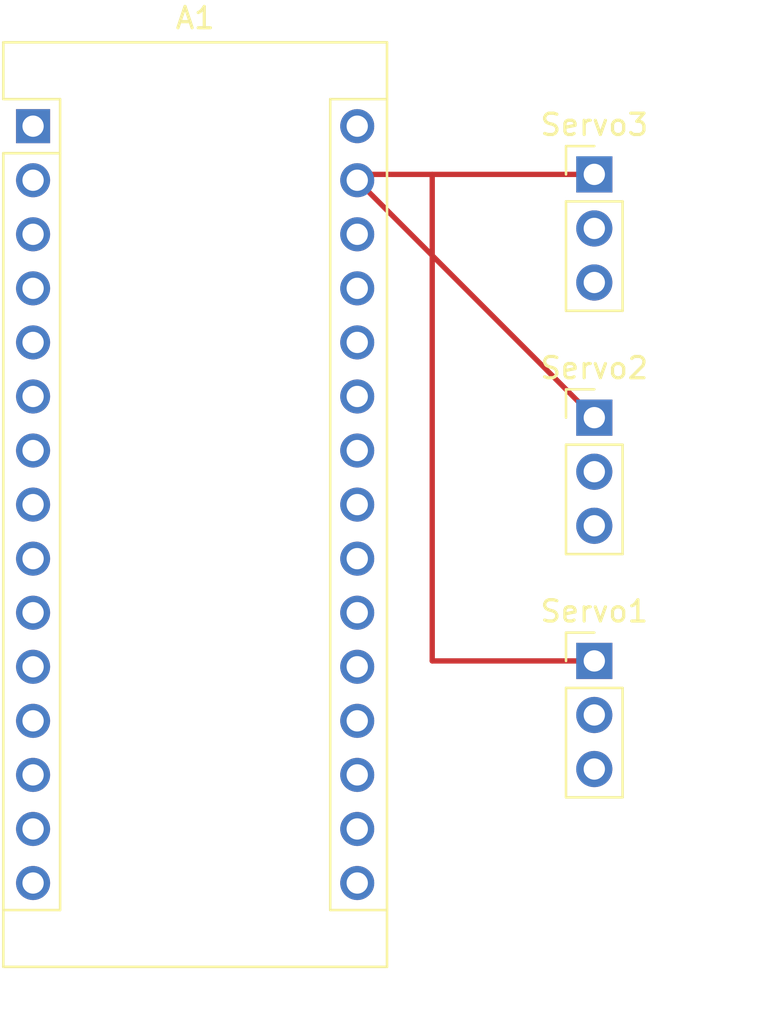
<source format=kicad_pcb>
(kicad_pcb (version 20171130) (host pcbnew "(5.1.7)-1")

  (general
    (thickness 1.6)
    (drawings 0)
    (tracks 8)
    (zones 0)
    (modules 4)
    (nets 31)
  )

  (page A4)
  (layers
    (0 F.Cu signal)
    (31 B.Cu signal)
    (32 B.Adhes user)
    (33 F.Adhes user)
    (34 B.Paste user)
    (35 F.Paste user)
    (36 B.SilkS user)
    (37 F.SilkS user)
    (38 B.Mask user)
    (39 F.Mask user)
    (40 Dwgs.User user)
    (41 Cmts.User user)
    (42 Eco1.User user)
    (43 Eco2.User user)
    (44 Edge.Cuts user)
    (45 Margin user)
    (46 B.CrtYd user)
    (47 F.CrtYd user)
    (48 B.Fab user)
    (49 F.Fab user)
  )

  (setup
    (last_trace_width 0.25)
    (trace_clearance 0.2)
    (zone_clearance 0.508)
    (zone_45_only no)
    (trace_min 0.2)
    (via_size 0.8)
    (via_drill 0.4)
    (via_min_size 0.4)
    (via_min_drill 0.3)
    (uvia_size 0.3)
    (uvia_drill 0.1)
    (uvias_allowed no)
    (uvia_min_size 0.2)
    (uvia_min_drill 0.1)
    (edge_width 0.05)
    (segment_width 0.2)
    (pcb_text_width 0.3)
    (pcb_text_size 1.5 1.5)
    (mod_edge_width 0.12)
    (mod_text_size 1 1)
    (mod_text_width 0.15)
    (pad_size 1.524 1.524)
    (pad_drill 0.762)
    (pad_to_mask_clearance 0)
    (aux_axis_origin 0 0)
    (visible_elements FFFFFF7F)
    (pcbplotparams
      (layerselection 0x010fc_ffffffff)
      (usegerberextensions false)
      (usegerberattributes true)
      (usegerberadvancedattributes true)
      (creategerberjobfile true)
      (excludeedgelayer true)
      (linewidth 0.100000)
      (plotframeref false)
      (viasonmask false)
      (mode 1)
      (useauxorigin false)
      (hpglpennumber 1)
      (hpglpenspeed 20)
      (hpglpendiameter 15.000000)
      (psnegative false)
      (psa4output false)
      (plotreference true)
      (plotvalue true)
      (plotinvisibletext false)
      (padsonsilk false)
      (subtractmaskfromsilk false)
      (outputformat 1)
      (mirror false)
      (drillshape 1)
      (scaleselection 1)
      (outputdirectory ""))
  )

  (net 0 "")
  (net 1 "Net-(A1-Pad16)")
  (net 2 "Net-(A1-Pad15)")
  (net 3 "Net-(A1-Pad17)")
  (net 4 "Net-(A1-Pad14)")
  (net 5 "Net-(A1-Pad29)")
  (net 6 "Net-(A1-Pad13)")
  (net 7 "Net-(A1-Pad28)")
  (net 8 "Net-(A1-Pad12)")
  (net 9 "Net-(A1-Pad11)")
  (net 10 "Net-(A1-Pad26)")
  (net 11 "Net-(A1-Pad10)")
  (net 12 "Net-(A1-Pad25)")
  (net 13 "Net-(A1-Pad9)")
  (net 14 "Net-(A1-Pad24)")
  (net 15 "Net-(A1-Pad8)")
  (net 16 "Net-(A1-Pad23)")
  (net 17 "Net-(A1-Pad7)")
  (net 18 "Net-(A1-Pad22)")
  (net 19 "Net-(A1-Pad6)")
  (net 20 "Net-(A1-Pad21)")
  (net 21 "Net-(A1-Pad5)")
  (net 22 "Net-(A1-Pad20)")
  (net 23 "Net-(A1-Pad19)")
  (net 24 "Net-(A1-Pad3)")
  (net 25 "Net-(A1-Pad18)")
  (net 26 "Net-(A1-Pad2)")
  (net 27 "Net-(A1-Pad1)")
  (net 28 "Net-(Servo1-Pad3)")
  (net 29 "Net-(Servo2-Pad3)")
  (net 30 "Net-(Servo3-Pad3)")

  (net_class Default "This is the default net class."
    (clearance 0.2)
    (trace_width 0.25)
    (via_dia 0.8)
    (via_drill 0.4)
    (uvia_dia 0.3)
    (uvia_drill 0.1)
    (add_net "Net-(A1-Pad1)")
    (add_net "Net-(A1-Pad10)")
    (add_net "Net-(A1-Pad11)")
    (add_net "Net-(A1-Pad12)")
    (add_net "Net-(A1-Pad13)")
    (add_net "Net-(A1-Pad14)")
    (add_net "Net-(A1-Pad15)")
    (add_net "Net-(A1-Pad16)")
    (add_net "Net-(A1-Pad17)")
    (add_net "Net-(A1-Pad18)")
    (add_net "Net-(A1-Pad19)")
    (add_net "Net-(A1-Pad2)")
    (add_net "Net-(A1-Pad20)")
    (add_net "Net-(A1-Pad21)")
    (add_net "Net-(A1-Pad22)")
    (add_net "Net-(A1-Pad23)")
    (add_net "Net-(A1-Pad24)")
    (add_net "Net-(A1-Pad25)")
    (add_net "Net-(A1-Pad26)")
    (add_net "Net-(A1-Pad28)")
    (add_net "Net-(A1-Pad29)")
    (add_net "Net-(A1-Pad3)")
    (add_net "Net-(A1-Pad5)")
    (add_net "Net-(A1-Pad6)")
    (add_net "Net-(A1-Pad7)")
    (add_net "Net-(A1-Pad8)")
    (add_net "Net-(A1-Pad9)")
    (add_net "Net-(Servo1-Pad3)")
    (add_net "Net-(Servo2-Pad3)")
    (add_net "Net-(Servo3-Pad3)")
  )

  (module Connector_PinHeader_2.54mm:PinHeader_1x03_P2.54mm_Vertical (layer F.Cu) (tedit 59FED5CC) (tstamp 6098A5D0)
    (at 102.87 116.84)
    (descr "Through hole straight pin header, 1x03, 2.54mm pitch, single row")
    (tags "Through hole pin header THT 1x03 2.54mm single row")
    (path /60994250)
    (fp_text reference Servo3 (at 0 -2.33) (layer F.SilkS)
      (effects (font (size 1 1) (thickness 0.15)))
    )
    (fp_text value Conn_01x03_Female (at 0 7.41) (layer F.Fab)
      (effects (font (size 1 1) (thickness 0.15)))
    )
    (fp_text user %R (at 0 2.54 90) (layer F.Fab)
      (effects (font (size 1 1) (thickness 0.15)))
    )
    (fp_line (start -0.635 -1.27) (end 1.27 -1.27) (layer F.Fab) (width 0.1))
    (fp_line (start 1.27 -1.27) (end 1.27 6.35) (layer F.Fab) (width 0.1))
    (fp_line (start 1.27 6.35) (end -1.27 6.35) (layer F.Fab) (width 0.1))
    (fp_line (start -1.27 6.35) (end -1.27 -0.635) (layer F.Fab) (width 0.1))
    (fp_line (start -1.27 -0.635) (end -0.635 -1.27) (layer F.Fab) (width 0.1))
    (fp_line (start -1.33 6.41) (end 1.33 6.41) (layer F.SilkS) (width 0.12))
    (fp_line (start -1.33 1.27) (end -1.33 6.41) (layer F.SilkS) (width 0.12))
    (fp_line (start 1.33 1.27) (end 1.33 6.41) (layer F.SilkS) (width 0.12))
    (fp_line (start -1.33 1.27) (end 1.33 1.27) (layer F.SilkS) (width 0.12))
    (fp_line (start -1.33 0) (end -1.33 -1.33) (layer F.SilkS) (width 0.12))
    (fp_line (start -1.33 -1.33) (end 0 -1.33) (layer F.SilkS) (width 0.12))
    (fp_line (start -1.8 -1.8) (end -1.8 6.85) (layer F.CrtYd) (width 0.05))
    (fp_line (start -1.8 6.85) (end 1.8 6.85) (layer F.CrtYd) (width 0.05))
    (fp_line (start 1.8 6.85) (end 1.8 -1.8) (layer F.CrtYd) (width 0.05))
    (fp_line (start 1.8 -1.8) (end -1.8 -1.8) (layer F.CrtYd) (width 0.05))
    (pad 3 thru_hole oval (at 0 5.08) (size 1.7 1.7) (drill 1) (layers *.Cu *.Mask)
      (net 30 "Net-(Servo3-Pad3)"))
    (pad 2 thru_hole oval (at 0 2.54) (size 1.7 1.7) (drill 1) (layers *.Cu *.Mask)
      (net 3 "Net-(A1-Pad17)"))
    (pad 1 thru_hole rect (at 0 0) (size 1.7 1.7) (drill 1) (layers *.Cu *.Mask)
      (net 5 "Net-(A1-Pad29)"))
    (model ${KISYS3DMOD}/Connector_PinHeader_2.54mm.3dshapes/PinHeader_1x03_P2.54mm_Vertical.wrl
      (at (xyz 0 0 0))
      (scale (xyz 1 1 1))
      (rotate (xyz 0 0 0))
    )
  )

  (module Connector_PinHeader_2.54mm:PinHeader_1x03_P2.54mm_Vertical (layer F.Cu) (tedit 59FED5CC) (tstamp 6098A350)
    (at 102.87 128.27)
    (descr "Through hole straight pin header, 1x03, 2.54mm pitch, single row")
    (tags "Through hole pin header THT 1x03 2.54mm single row")
    (path /6098A39F)
    (fp_text reference Servo2 (at 0 -2.33) (layer F.SilkS)
      (effects (font (size 1 1) (thickness 0.15)))
    )
    (fp_text value Conn_01x03_Female (at 0 7.41) (layer F.Fab)
      (effects (font (size 1 1) (thickness 0.15)))
    )
    (fp_text user %R (at 0 2.54 90) (layer F.Fab)
      (effects (font (size 1 1) (thickness 0.15)))
    )
    (fp_line (start -0.635 -1.27) (end 1.27 -1.27) (layer F.Fab) (width 0.1))
    (fp_line (start 1.27 -1.27) (end 1.27 6.35) (layer F.Fab) (width 0.1))
    (fp_line (start 1.27 6.35) (end -1.27 6.35) (layer F.Fab) (width 0.1))
    (fp_line (start -1.27 6.35) (end -1.27 -0.635) (layer F.Fab) (width 0.1))
    (fp_line (start -1.27 -0.635) (end -0.635 -1.27) (layer F.Fab) (width 0.1))
    (fp_line (start -1.33 6.41) (end 1.33 6.41) (layer F.SilkS) (width 0.12))
    (fp_line (start -1.33 1.27) (end -1.33 6.41) (layer F.SilkS) (width 0.12))
    (fp_line (start 1.33 1.27) (end 1.33 6.41) (layer F.SilkS) (width 0.12))
    (fp_line (start -1.33 1.27) (end 1.33 1.27) (layer F.SilkS) (width 0.12))
    (fp_line (start -1.33 0) (end -1.33 -1.33) (layer F.SilkS) (width 0.12))
    (fp_line (start -1.33 -1.33) (end 0 -1.33) (layer F.SilkS) (width 0.12))
    (fp_line (start -1.8 -1.8) (end -1.8 6.85) (layer F.CrtYd) (width 0.05))
    (fp_line (start -1.8 6.85) (end 1.8 6.85) (layer F.CrtYd) (width 0.05))
    (fp_line (start 1.8 6.85) (end 1.8 -1.8) (layer F.CrtYd) (width 0.05))
    (fp_line (start 1.8 -1.8) (end -1.8 -1.8) (layer F.CrtYd) (width 0.05))
    (pad 3 thru_hole oval (at 0 5.08) (size 1.7 1.7) (drill 1) (layers *.Cu *.Mask)
      (net 29 "Net-(Servo2-Pad3)"))
    (pad 2 thru_hole oval (at 0 2.54) (size 1.7 1.7) (drill 1) (layers *.Cu *.Mask)
      (net 3 "Net-(A1-Pad17)"))
    (pad 1 thru_hole rect (at 0 0) (size 1.7 1.7) (drill 1) (layers *.Cu *.Mask)
      (net 5 "Net-(A1-Pad29)"))
    (model ${KISYS3DMOD}/Connector_PinHeader_2.54mm.3dshapes/PinHeader_1x03_P2.54mm_Vertical.wrl
      (at (xyz 0 0 0))
      (scale (xyz 1 1 1))
      (rotate (xyz 0 0 0))
    )
  )

  (module Connector_PinHeader_2.54mm:PinHeader_1x03_P2.54mm_Vertical (layer F.Cu) (tedit 59FED5CC) (tstamp 6098A339)
    (at 102.87 139.7)
    (descr "Through hole straight pin header, 1x03, 2.54mm pitch, single row")
    (tags "Through hole pin header THT 1x03 2.54mm single row")
    (path /60989BD0)
    (fp_text reference Servo1 (at 0 -2.33) (layer F.SilkS)
      (effects (font (size 1 1) (thickness 0.15)))
    )
    (fp_text value Conn_01x03_Female (at 0 7.41) (layer F.Fab)
      (effects (font (size 1 1) (thickness 0.15)))
    )
    (fp_text user %R (at 0 2.54 90) (layer F.Fab)
      (effects (font (size 1 1) (thickness 0.15)))
    )
    (fp_line (start -0.635 -1.27) (end 1.27 -1.27) (layer F.Fab) (width 0.1))
    (fp_line (start 1.27 -1.27) (end 1.27 6.35) (layer F.Fab) (width 0.1))
    (fp_line (start 1.27 6.35) (end -1.27 6.35) (layer F.Fab) (width 0.1))
    (fp_line (start -1.27 6.35) (end -1.27 -0.635) (layer F.Fab) (width 0.1))
    (fp_line (start -1.27 -0.635) (end -0.635 -1.27) (layer F.Fab) (width 0.1))
    (fp_line (start -1.33 6.41) (end 1.33 6.41) (layer F.SilkS) (width 0.12))
    (fp_line (start -1.33 1.27) (end -1.33 6.41) (layer F.SilkS) (width 0.12))
    (fp_line (start 1.33 1.27) (end 1.33 6.41) (layer F.SilkS) (width 0.12))
    (fp_line (start -1.33 1.27) (end 1.33 1.27) (layer F.SilkS) (width 0.12))
    (fp_line (start -1.33 0) (end -1.33 -1.33) (layer F.SilkS) (width 0.12))
    (fp_line (start -1.33 -1.33) (end 0 -1.33) (layer F.SilkS) (width 0.12))
    (fp_line (start -1.8 -1.8) (end -1.8 6.85) (layer F.CrtYd) (width 0.05))
    (fp_line (start -1.8 6.85) (end 1.8 6.85) (layer F.CrtYd) (width 0.05))
    (fp_line (start 1.8 6.85) (end 1.8 -1.8) (layer F.CrtYd) (width 0.05))
    (fp_line (start 1.8 -1.8) (end -1.8 -1.8) (layer F.CrtYd) (width 0.05))
    (pad 3 thru_hole oval (at 0 5.08) (size 1.7 1.7) (drill 1) (layers *.Cu *.Mask)
      (net 28 "Net-(Servo1-Pad3)"))
    (pad 2 thru_hole oval (at 0 2.54) (size 1.7 1.7) (drill 1) (layers *.Cu *.Mask)
      (net 3 "Net-(A1-Pad17)"))
    (pad 1 thru_hole rect (at 0 0) (size 1.7 1.7) (drill 1) (layers *.Cu *.Mask)
      (net 5 "Net-(A1-Pad29)"))
    (model ${KISYS3DMOD}/Connector_PinHeader_2.54mm.3dshapes/PinHeader_1x03_P2.54mm_Vertical.wrl
      (at (xyz 0 0 0))
      (scale (xyz 1 1 1))
      (rotate (xyz 0 0 0))
    )
  )

  (module Module:Arduino_Nano (layer F.Cu) (tedit 58ACAF70) (tstamp 6098A322)
    (at 76.485001 114.575001)
    (descr "Arduino Nano, http://www.mouser.com/pdfdocs/Gravitech_Arduino_Nano3_0.pdf")
    (tags "Arduino Nano")
    (path /6098434D)
    (fp_text reference A1 (at 7.62 -5.08) (layer F.SilkS)
      (effects (font (size 1 1) (thickness 0.15)))
    )
    (fp_text value Arduino_Nano_v3.x (at 8.89 19.05 90) (layer F.Fab)
      (effects (font (size 1 1) (thickness 0.15)))
    )
    (fp_text user %R (at 6.35 19.05 90) (layer F.Fab)
      (effects (font (size 1 1) (thickness 0.15)))
    )
    (fp_line (start 1.27 1.27) (end 1.27 -1.27) (layer F.SilkS) (width 0.12))
    (fp_line (start 1.27 -1.27) (end -1.4 -1.27) (layer F.SilkS) (width 0.12))
    (fp_line (start -1.4 1.27) (end -1.4 39.5) (layer F.SilkS) (width 0.12))
    (fp_line (start -1.4 -3.94) (end -1.4 -1.27) (layer F.SilkS) (width 0.12))
    (fp_line (start 13.97 -1.27) (end 16.64 -1.27) (layer F.SilkS) (width 0.12))
    (fp_line (start 13.97 -1.27) (end 13.97 36.83) (layer F.SilkS) (width 0.12))
    (fp_line (start 13.97 36.83) (end 16.64 36.83) (layer F.SilkS) (width 0.12))
    (fp_line (start 1.27 1.27) (end -1.4 1.27) (layer F.SilkS) (width 0.12))
    (fp_line (start 1.27 1.27) (end 1.27 36.83) (layer F.SilkS) (width 0.12))
    (fp_line (start 1.27 36.83) (end -1.4 36.83) (layer F.SilkS) (width 0.12))
    (fp_line (start 3.81 31.75) (end 11.43 31.75) (layer F.Fab) (width 0.1))
    (fp_line (start 11.43 31.75) (end 11.43 41.91) (layer F.Fab) (width 0.1))
    (fp_line (start 11.43 41.91) (end 3.81 41.91) (layer F.Fab) (width 0.1))
    (fp_line (start 3.81 41.91) (end 3.81 31.75) (layer F.Fab) (width 0.1))
    (fp_line (start -1.4 39.5) (end 16.64 39.5) (layer F.SilkS) (width 0.12))
    (fp_line (start 16.64 39.5) (end 16.64 -3.94) (layer F.SilkS) (width 0.12))
    (fp_line (start 16.64 -3.94) (end -1.4 -3.94) (layer F.SilkS) (width 0.12))
    (fp_line (start 16.51 39.37) (end -1.27 39.37) (layer F.Fab) (width 0.1))
    (fp_line (start -1.27 39.37) (end -1.27 -2.54) (layer F.Fab) (width 0.1))
    (fp_line (start -1.27 -2.54) (end 0 -3.81) (layer F.Fab) (width 0.1))
    (fp_line (start 0 -3.81) (end 16.51 -3.81) (layer F.Fab) (width 0.1))
    (fp_line (start 16.51 -3.81) (end 16.51 39.37) (layer F.Fab) (width 0.1))
    (fp_line (start -1.53 -4.06) (end 16.75 -4.06) (layer F.CrtYd) (width 0.05))
    (fp_line (start -1.53 -4.06) (end -1.53 42.16) (layer F.CrtYd) (width 0.05))
    (fp_line (start 16.75 42.16) (end 16.75 -4.06) (layer F.CrtYd) (width 0.05))
    (fp_line (start 16.75 42.16) (end -1.53 42.16) (layer F.CrtYd) (width 0.05))
    (pad 16 thru_hole oval (at 15.24 35.56) (size 1.6 1.6) (drill 1) (layers *.Cu *.Mask)
      (net 1 "Net-(A1-Pad16)"))
    (pad 15 thru_hole oval (at 0 35.56) (size 1.6 1.6) (drill 1) (layers *.Cu *.Mask)
      (net 2 "Net-(A1-Pad15)"))
    (pad 30 thru_hole oval (at 15.24 0) (size 1.6 1.6) (drill 1) (layers *.Cu *.Mask)
      (net 3 "Net-(A1-Pad17)"))
    (pad 14 thru_hole oval (at 0 33.02) (size 1.6 1.6) (drill 1) (layers *.Cu *.Mask)
      (net 4 "Net-(A1-Pad14)"))
    (pad 29 thru_hole oval (at 15.24 2.54) (size 1.6 1.6) (drill 1) (layers *.Cu *.Mask)
      (net 5 "Net-(A1-Pad29)"))
    (pad 13 thru_hole oval (at 0 30.48) (size 1.6 1.6) (drill 1) (layers *.Cu *.Mask)
      (net 6 "Net-(A1-Pad13)"))
    (pad 28 thru_hole oval (at 15.24 5.08) (size 1.6 1.6) (drill 1) (layers *.Cu *.Mask)
      (net 7 "Net-(A1-Pad28)"))
    (pad 12 thru_hole oval (at 0 27.94) (size 1.6 1.6) (drill 1) (layers *.Cu *.Mask)
      (net 8 "Net-(A1-Pad12)"))
    (pad 27 thru_hole oval (at 15.24 7.62) (size 1.6 1.6) (drill 1) (layers *.Cu *.Mask)
      (net 3 "Net-(A1-Pad17)"))
    (pad 11 thru_hole oval (at 0 25.4) (size 1.6 1.6) (drill 1) (layers *.Cu *.Mask)
      (net 9 "Net-(A1-Pad11)"))
    (pad 26 thru_hole oval (at 15.24 10.16) (size 1.6 1.6) (drill 1) (layers *.Cu *.Mask)
      (net 10 "Net-(A1-Pad26)"))
    (pad 10 thru_hole oval (at 0 22.86) (size 1.6 1.6) (drill 1) (layers *.Cu *.Mask)
      (net 11 "Net-(A1-Pad10)"))
    (pad 25 thru_hole oval (at 15.24 12.7) (size 1.6 1.6) (drill 1) (layers *.Cu *.Mask)
      (net 12 "Net-(A1-Pad25)"))
    (pad 9 thru_hole oval (at 0 20.32) (size 1.6 1.6) (drill 1) (layers *.Cu *.Mask)
      (net 13 "Net-(A1-Pad9)"))
    (pad 24 thru_hole oval (at 15.24 15.24) (size 1.6 1.6) (drill 1) (layers *.Cu *.Mask)
      (net 14 "Net-(A1-Pad24)"))
    (pad 8 thru_hole oval (at 0 17.78) (size 1.6 1.6) (drill 1) (layers *.Cu *.Mask)
      (net 15 "Net-(A1-Pad8)"))
    (pad 23 thru_hole oval (at 15.24 17.78) (size 1.6 1.6) (drill 1) (layers *.Cu *.Mask)
      (net 16 "Net-(A1-Pad23)"))
    (pad 7 thru_hole oval (at 0 15.24) (size 1.6 1.6) (drill 1) (layers *.Cu *.Mask)
      (net 17 "Net-(A1-Pad7)"))
    (pad 22 thru_hole oval (at 15.24 20.32) (size 1.6 1.6) (drill 1) (layers *.Cu *.Mask)
      (net 18 "Net-(A1-Pad22)"))
    (pad 6 thru_hole oval (at 0 12.7) (size 1.6 1.6) (drill 1) (layers *.Cu *.Mask)
      (net 19 "Net-(A1-Pad6)"))
    (pad 21 thru_hole oval (at 15.24 22.86) (size 1.6 1.6) (drill 1) (layers *.Cu *.Mask)
      (net 20 "Net-(A1-Pad21)"))
    (pad 5 thru_hole oval (at 0 10.16) (size 1.6 1.6) (drill 1) (layers *.Cu *.Mask)
      (net 21 "Net-(A1-Pad5)"))
    (pad 20 thru_hole oval (at 15.24 25.4) (size 1.6 1.6) (drill 1) (layers *.Cu *.Mask)
      (net 22 "Net-(A1-Pad20)"))
    (pad 4 thru_hole oval (at 0 7.62) (size 1.6 1.6) (drill 1) (layers *.Cu *.Mask)
      (net 5 "Net-(A1-Pad29)"))
    (pad 19 thru_hole oval (at 15.24 27.94) (size 1.6 1.6) (drill 1) (layers *.Cu *.Mask)
      (net 23 "Net-(A1-Pad19)"))
    (pad 3 thru_hole oval (at 0 5.08) (size 1.6 1.6) (drill 1) (layers *.Cu *.Mask)
      (net 24 "Net-(A1-Pad3)"))
    (pad 18 thru_hole oval (at 15.24 30.48) (size 1.6 1.6) (drill 1) (layers *.Cu *.Mask)
      (net 25 "Net-(A1-Pad18)"))
    (pad 2 thru_hole oval (at 0 2.54) (size 1.6 1.6) (drill 1) (layers *.Cu *.Mask)
      (net 26 "Net-(A1-Pad2)"))
    (pad 17 thru_hole oval (at 15.24 33.02) (size 1.6 1.6) (drill 1) (layers *.Cu *.Mask)
      (net 3 "Net-(A1-Pad17)"))
    (pad 1 thru_hole rect (at 0 0) (size 1.6 1.6) (drill 1) (layers *.Cu *.Mask)
      (net 27 "Net-(A1-Pad1)"))
    (model ${KISYS3DMOD}/Module.3dshapes/Arduino_Nano_WithMountingHoles.wrl
      (at (xyz 0 0 0))
      (scale (xyz 1 1 1))
      (rotate (xyz 0 0 0))
    )
  )

  (segment (start 92.000002 116.84) (end 91.725001 117.115001) (width 0.25) (layer F.Cu) (net 5))
  (segment (start 102.87 116.84) (end 92.000002 116.84) (width 0.25) (layer F.Cu) (net 5))
  (segment (start 91.725001 117.125001) (end 91.725001 117.115001) (width 0.25) (layer F.Cu) (net 5))
  (segment (start 102.87 139.7) (end 95.25 139.7) (width 0.25) (layer F.Cu) (net 5))
  (segment (start 95.25 139.7) (end 95.25 120.65) (width 0.25) (layer F.Cu) (net 5))
  (segment (start 95.25 120.65) (end 91.725001 117.125001) (width 0.25) (layer F.Cu) (net 5))
  (segment (start 102.87 128.27) (end 95.25 120.65) (width 0.25) (layer F.Cu) (net 5))
  (segment (start 95.25 120.65) (end 95.25 116.84) (width 0.25) (layer F.Cu) (net 5))

)

</source>
